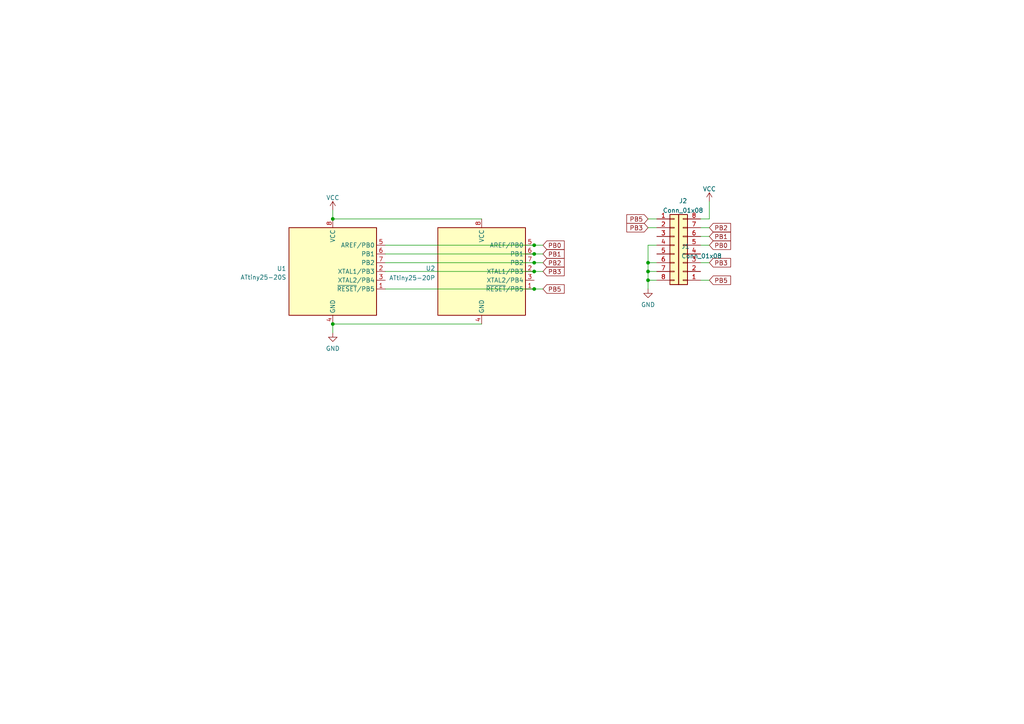
<source format=kicad_sch>
(kicad_sch (version 20211123) (generator eeschema)

  (uuid 24b7710f-04fd-4786-9d99-23328f32ec19)

  (paper "A4")

  (lib_symbols
    (symbol "Connector_Generic:Conn_01x08" (pin_names (offset 1.016) hide) (in_bom yes) (on_board yes)
      (property "Reference" "J" (id 0) (at 0 10.16 0)
        (effects (font (size 1.27 1.27)))
      )
      (property "Value" "Conn_01x08" (id 1) (at 0 -12.7 0)
        (effects (font (size 1.27 1.27)))
      )
      (property "Footprint" "" (id 2) (at 0 0 0)
        (effects (font (size 1.27 1.27)) hide)
      )
      (property "Datasheet" "~" (id 3) (at 0 0 0)
        (effects (font (size 1.27 1.27)) hide)
      )
      (property "ki_keywords" "connector" (id 4) (at 0 0 0)
        (effects (font (size 1.27 1.27)) hide)
      )
      (property "ki_description" "Generic connector, single row, 01x08, script generated (kicad-library-utils/schlib/autogen/connector/)" (id 5) (at 0 0 0)
        (effects (font (size 1.27 1.27)) hide)
      )
      (property "ki_fp_filters" "Connector*:*_1x??_*" (id 6) (at 0 0 0)
        (effects (font (size 1.27 1.27)) hide)
      )
      (symbol "Conn_01x08_1_1"
        (rectangle (start -1.27 -10.033) (end 0 -10.287)
          (stroke (width 0.1524) (type default) (color 0 0 0 0))
          (fill (type none))
        )
        (rectangle (start -1.27 -7.493) (end 0 -7.747)
          (stroke (width 0.1524) (type default) (color 0 0 0 0))
          (fill (type none))
        )
        (rectangle (start -1.27 -4.953) (end 0 -5.207)
          (stroke (width 0.1524) (type default) (color 0 0 0 0))
          (fill (type none))
        )
        (rectangle (start -1.27 -2.413) (end 0 -2.667)
          (stroke (width 0.1524) (type default) (color 0 0 0 0))
          (fill (type none))
        )
        (rectangle (start -1.27 0.127) (end 0 -0.127)
          (stroke (width 0.1524) (type default) (color 0 0 0 0))
          (fill (type none))
        )
        (rectangle (start -1.27 2.667) (end 0 2.413)
          (stroke (width 0.1524) (type default) (color 0 0 0 0))
          (fill (type none))
        )
        (rectangle (start -1.27 5.207) (end 0 4.953)
          (stroke (width 0.1524) (type default) (color 0 0 0 0))
          (fill (type none))
        )
        (rectangle (start -1.27 7.747) (end 0 7.493)
          (stroke (width 0.1524) (type default) (color 0 0 0 0))
          (fill (type none))
        )
        (rectangle (start -1.27 8.89) (end 1.27 -11.43)
          (stroke (width 0.254) (type default) (color 0 0 0 0))
          (fill (type background))
        )
        (pin passive line (at -5.08 7.62 0) (length 3.81)
          (name "Pin_1" (effects (font (size 1.27 1.27))))
          (number "1" (effects (font (size 1.27 1.27))))
        )
        (pin passive line (at -5.08 5.08 0) (length 3.81)
          (name "Pin_2" (effects (font (size 1.27 1.27))))
          (number "2" (effects (font (size 1.27 1.27))))
        )
        (pin passive line (at -5.08 2.54 0) (length 3.81)
          (name "Pin_3" (effects (font (size 1.27 1.27))))
          (number "3" (effects (font (size 1.27 1.27))))
        )
        (pin passive line (at -5.08 0 0) (length 3.81)
          (name "Pin_4" (effects (font (size 1.27 1.27))))
          (number "4" (effects (font (size 1.27 1.27))))
        )
        (pin passive line (at -5.08 -2.54 0) (length 3.81)
          (name "Pin_5" (effects (font (size 1.27 1.27))))
          (number "5" (effects (font (size 1.27 1.27))))
        )
        (pin passive line (at -5.08 -5.08 0) (length 3.81)
          (name "Pin_6" (effects (font (size 1.27 1.27))))
          (number "6" (effects (font (size 1.27 1.27))))
        )
        (pin passive line (at -5.08 -7.62 0) (length 3.81)
          (name "Pin_7" (effects (font (size 1.27 1.27))))
          (number "7" (effects (font (size 1.27 1.27))))
        )
        (pin passive line (at -5.08 -10.16 0) (length 3.81)
          (name "Pin_8" (effects (font (size 1.27 1.27))))
          (number "8" (effects (font (size 1.27 1.27))))
        )
      )
    )
    (symbol "MCU_Microchip_ATtiny:ATtiny25-20P" (in_bom yes) (on_board yes)
      (property "Reference" "U" (id 0) (at -12.7 13.97 0)
        (effects (font (size 1.27 1.27)) (justify left bottom))
      )
      (property "Value" "ATtiny25-20P" (id 1) (at 2.54 -13.97 0)
        (effects (font (size 1.27 1.27)) (justify left top))
      )
      (property "Footprint" "Package_DIP:DIP-8_W7.62mm" (id 2) (at 0 0 0)
        (effects (font (size 1.27 1.27) italic) hide)
      )
      (property "Datasheet" "http://ww1.microchip.com/downloads/en/DeviceDoc/atmel-2586-avr-8-bit-microcontroller-attiny25-attiny45-attiny85_datasheet.pdf" (id 3) (at 0 0 0)
        (effects (font (size 1.27 1.27)) hide)
      )
      (property "ki_keywords" "AVR 8bit Microcontroller tinyAVR" (id 4) (at 0 0 0)
        (effects (font (size 1.27 1.27)) hide)
      )
      (property "ki_description" "20MHz, 2kB Flash, 128B SRAM, 128B EEPROM, debugWIRE, DIP-8" (id 5) (at 0 0 0)
        (effects (font (size 1.27 1.27)) hide)
      )
      (property "ki_fp_filters" "DIP*W7.62mm*" (id 6) (at 0 0 0)
        (effects (font (size 1.27 1.27)) hide)
      )
      (symbol "ATtiny25-20P_0_1"
        (rectangle (start -12.7 -12.7) (end 12.7 12.7)
          (stroke (width 0.254) (type default) (color 0 0 0 0))
          (fill (type background))
        )
      )
      (symbol "ATtiny25-20P_1_1"
        (pin bidirectional line (at 15.24 -5.08 180) (length 2.54)
          (name "~{RESET}/PB5" (effects (font (size 1.27 1.27))))
          (number "1" (effects (font (size 1.27 1.27))))
        )
        (pin bidirectional line (at 15.24 0 180) (length 2.54)
          (name "XTAL1/PB3" (effects (font (size 1.27 1.27))))
          (number "2" (effects (font (size 1.27 1.27))))
        )
        (pin bidirectional line (at 15.24 -2.54 180) (length 2.54)
          (name "XTAL2/PB4" (effects (font (size 1.27 1.27))))
          (number "3" (effects (font (size 1.27 1.27))))
        )
        (pin power_in line (at 0 -15.24 90) (length 2.54)
          (name "GND" (effects (font (size 1.27 1.27))))
          (number "4" (effects (font (size 1.27 1.27))))
        )
        (pin bidirectional line (at 15.24 7.62 180) (length 2.54)
          (name "AREF/PB0" (effects (font (size 1.27 1.27))))
          (number "5" (effects (font (size 1.27 1.27))))
        )
        (pin bidirectional line (at 15.24 5.08 180) (length 2.54)
          (name "PB1" (effects (font (size 1.27 1.27))))
          (number "6" (effects (font (size 1.27 1.27))))
        )
        (pin bidirectional line (at 15.24 2.54 180) (length 2.54)
          (name "PB2" (effects (font (size 1.27 1.27))))
          (number "7" (effects (font (size 1.27 1.27))))
        )
        (pin power_in line (at 0 15.24 270) (length 2.54)
          (name "VCC" (effects (font (size 1.27 1.27))))
          (number "8" (effects (font (size 1.27 1.27))))
        )
      )
    )
    (symbol "MCU_Microchip_ATtiny:ATtiny25-20S" (in_bom yes) (on_board yes)
      (property "Reference" "U" (id 0) (at -12.7 13.97 0)
        (effects (font (size 1.27 1.27)) (justify left bottom))
      )
      (property "Value" "ATtiny25-20S" (id 1) (at 2.54 -13.97 0)
        (effects (font (size 1.27 1.27)) (justify left top))
      )
      (property "Footprint" "Package_SO:SOIC-8W_5.3x5.3mm_P1.27mm" (id 2) (at 0 0 0)
        (effects (font (size 1.27 1.27) italic) hide)
      )
      (property "Datasheet" "http://ww1.microchip.com/downloads/en/DeviceDoc/atmel-2586-avr-8-bit-microcontroller-attiny25-attiny45-attiny85_datasheet.pdf" (id 3) (at 0 0 0)
        (effects (font (size 1.27 1.27)) hide)
      )
      (property "ki_keywords" "AVR 8bit Microcontroller tinyAVR" (id 4) (at 0 0 0)
        (effects (font (size 1.27 1.27)) hide)
      )
      (property "ki_description" "20MHz, 2kB Flash, 128B SRAM, 128B EEPROM, debugWIRE, SOIC-8W" (id 5) (at 0 0 0)
        (effects (font (size 1.27 1.27)) hide)
      )
      (property "ki_fp_filters" "SOIC*5.3x5.3mm*P1.27mm*" (id 6) (at 0 0 0)
        (effects (font (size 1.27 1.27)) hide)
      )
      (symbol "ATtiny25-20S_0_1"
        (rectangle (start -12.7 -12.7) (end 12.7 12.7)
          (stroke (width 0.254) (type default) (color 0 0 0 0))
          (fill (type background))
        )
      )
      (symbol "ATtiny25-20S_1_1"
        (pin bidirectional line (at 15.24 -5.08 180) (length 2.54)
          (name "~{RESET}/PB5" (effects (font (size 1.27 1.27))))
          (number "1" (effects (font (size 1.27 1.27))))
        )
        (pin bidirectional line (at 15.24 0 180) (length 2.54)
          (name "XTAL1/PB3" (effects (font (size 1.27 1.27))))
          (number "2" (effects (font (size 1.27 1.27))))
        )
        (pin bidirectional line (at 15.24 -2.54 180) (length 2.54)
          (name "XTAL2/PB4" (effects (font (size 1.27 1.27))))
          (number "3" (effects (font (size 1.27 1.27))))
        )
        (pin power_in line (at 0 -15.24 90) (length 2.54)
          (name "GND" (effects (font (size 1.27 1.27))))
          (number "4" (effects (font (size 1.27 1.27))))
        )
        (pin bidirectional line (at 15.24 7.62 180) (length 2.54)
          (name "AREF/PB0" (effects (font (size 1.27 1.27))))
          (number "5" (effects (font (size 1.27 1.27))))
        )
        (pin bidirectional line (at 15.24 5.08 180) (length 2.54)
          (name "PB1" (effects (font (size 1.27 1.27))))
          (number "6" (effects (font (size 1.27 1.27))))
        )
        (pin bidirectional line (at 15.24 2.54 180) (length 2.54)
          (name "PB2" (effects (font (size 1.27 1.27))))
          (number "7" (effects (font (size 1.27 1.27))))
        )
        (pin power_in line (at 0 15.24 270) (length 2.54)
          (name "VCC" (effects (font (size 1.27 1.27))))
          (number "8" (effects (font (size 1.27 1.27))))
        )
      )
    )
    (symbol "power:GND" (power) (pin_names (offset 0)) (in_bom yes) (on_board yes)
      (property "Reference" "#PWR" (id 0) (at 0 -6.35 0)
        (effects (font (size 1.27 1.27)) hide)
      )
      (property "Value" "GND" (id 1) (at 0 -3.81 0)
        (effects (font (size 1.27 1.27)))
      )
      (property "Footprint" "" (id 2) (at 0 0 0)
        (effects (font (size 1.27 1.27)) hide)
      )
      (property "Datasheet" "" (id 3) (at 0 0 0)
        (effects (font (size 1.27 1.27)) hide)
      )
      (property "ki_keywords" "power-flag" (id 4) (at 0 0 0)
        (effects (font (size 1.27 1.27)) hide)
      )
      (property "ki_description" "Power symbol creates a global label with name \"GND\" , ground" (id 5) (at 0 0 0)
        (effects (font (size 1.27 1.27)) hide)
      )
      (symbol "GND_0_1"
        (polyline
          (pts
            (xy 0 0)
            (xy 0 -1.27)
            (xy 1.27 -1.27)
            (xy 0 -2.54)
            (xy -1.27 -1.27)
            (xy 0 -1.27)
          )
          (stroke (width 0) (type default) (color 0 0 0 0))
          (fill (type none))
        )
      )
      (symbol "GND_1_1"
        (pin power_in line (at 0 0 270) (length 0) hide
          (name "GND" (effects (font (size 1.27 1.27))))
          (number "1" (effects (font (size 1.27 1.27))))
        )
      )
    )
    (symbol "power:VCC" (power) (pin_names (offset 0)) (in_bom yes) (on_board yes)
      (property "Reference" "#PWR" (id 0) (at 0 -3.81 0)
        (effects (font (size 1.27 1.27)) hide)
      )
      (property "Value" "VCC" (id 1) (at 0 3.81 0)
        (effects (font (size 1.27 1.27)))
      )
      (property "Footprint" "" (id 2) (at 0 0 0)
        (effects (font (size 1.27 1.27)) hide)
      )
      (property "Datasheet" "" (id 3) (at 0 0 0)
        (effects (font (size 1.27 1.27)) hide)
      )
      (property "ki_keywords" "power-flag" (id 4) (at 0 0 0)
        (effects (font (size 1.27 1.27)) hide)
      )
      (property "ki_description" "Power symbol creates a global label with name \"VCC\"" (id 5) (at 0 0 0)
        (effects (font (size 1.27 1.27)) hide)
      )
      (symbol "VCC_0_1"
        (polyline
          (pts
            (xy -0.762 1.27)
            (xy 0 2.54)
          )
          (stroke (width 0) (type default) (color 0 0 0 0))
          (fill (type none))
        )
        (polyline
          (pts
            (xy 0 0)
            (xy 0 2.54)
          )
          (stroke (width 0) (type default) (color 0 0 0 0))
          (fill (type none))
        )
        (polyline
          (pts
            (xy 0 2.54)
            (xy 0.762 1.27)
          )
          (stroke (width 0) (type default) (color 0 0 0 0))
          (fill (type none))
        )
      )
      (symbol "VCC_1_1"
        (pin power_in line (at 0 0 90) (length 0) hide
          (name "VCC" (effects (font (size 1.27 1.27))))
          (number "1" (effects (font (size 1.27 1.27))))
        )
      )
    )
  )

  (junction (at 187.96 81.28) (diameter 0) (color 0 0 0 0)
    (uuid 324ab898-fab0-47a8-831a-961c9b75f42a)
  )
  (junction (at 96.52 93.98) (diameter 0) (color 0 0 0 0)
    (uuid 528f0ed4-a46d-4a0c-8c99-f817100894b9)
  )
  (junction (at 154.94 78.74) (diameter 0) (color 0 0 0 0)
    (uuid 61bf7ac4-08bb-412c-9854-8d9ad255c420)
  )
  (junction (at 96.52 63.5) (diameter 0) (color 0 0 0 0)
    (uuid 96f84131-046d-42a8-a9d1-b08df3a96769)
  )
  (junction (at 154.94 83.82) (diameter 0) (color 0 0 0 0)
    (uuid b54d0eb9-36bf-409a-a938-b823df7b3b53)
  )
  (junction (at 187.96 78.74) (diameter 0) (color 0 0 0 0)
    (uuid cc7525c4-72dd-4230-a1af-b34b901cf2d4)
  )
  (junction (at 154.94 73.66) (diameter 0) (color 0 0 0 0)
    (uuid e3d3d530-175a-447f-a30e-3c85b8777c46)
  )
  (junction (at 154.94 71.12) (diameter 0) (color 0 0 0 0)
    (uuid f2fc192a-4604-4c53-8a60-824b4d6a7f4b)
  )
  (junction (at 154.94 76.2) (diameter 0) (color 0 0 0 0)
    (uuid fd12743a-d412-4888-8cf6-3c3a3d71454d)
  )
  (junction (at 187.96 76.2) (diameter 0) (color 0 0 0 0)
    (uuid ffbb78d9-c201-495d-82b7-e49a2e1ce375)
  )

  (wire (pts (xy 111.76 76.2) (xy 154.94 76.2))
    (stroke (width 0) (type default) (color 0 0 0 0))
    (uuid 0f077836-b19b-4872-964b-0127b352f048)
  )
  (wire (pts (xy 187.96 78.74) (xy 187.96 76.2))
    (stroke (width 0) (type default) (color 0 0 0 0))
    (uuid 102825d3-baac-476a-8f32-9f206af42a69)
  )
  (wire (pts (xy 190.5 71.12) (xy 187.96 71.12))
    (stroke (width 0) (type default) (color 0 0 0 0))
    (uuid 185660b9-3a77-42f2-9b90-33cf5beed0a0)
  )
  (wire (pts (xy 203.2 71.12) (xy 205.74 71.12))
    (stroke (width 0) (type default) (color 0 0 0 0))
    (uuid 1e3ea0ce-27df-40b0-b5fa-621f24555760)
  )
  (wire (pts (xy 187.96 71.12) (xy 187.96 76.2))
    (stroke (width 0) (type default) (color 0 0 0 0))
    (uuid 20b542e2-76a2-4a8a-b87f-1300e4bb2779)
  )
  (wire (pts (xy 203.2 81.28) (xy 205.74 81.28))
    (stroke (width 0) (type default) (color 0 0 0 0))
    (uuid 31b614d9-70d6-49af-9c1e-4b630a3c06b6)
  )
  (wire (pts (xy 187.96 66.04) (xy 190.5 66.04))
    (stroke (width 0) (type default) (color 0 0 0 0))
    (uuid 44c14b94-bd6f-4546-a186-bf645598040e)
  )
  (wire (pts (xy 96.52 60.96) (xy 96.52 63.5))
    (stroke (width 0) (type default) (color 0 0 0 0))
    (uuid 4a9c36c3-c058-410f-9510-7553a594e668)
  )
  (wire (pts (xy 203.2 63.5) (xy 205.74 63.5))
    (stroke (width 0) (type default) (color 0 0 0 0))
    (uuid 4f51724d-c23d-4d5b-90f8-11c99d60c71e)
  )
  (wire (pts (xy 154.94 71.12) (xy 157.48 71.12))
    (stroke (width 0) (type default) (color 0 0 0 0))
    (uuid 4f66e6f7-817b-4227-ac9e-d2196c3295f5)
  )
  (wire (pts (xy 154.94 76.2) (xy 157.48 76.2))
    (stroke (width 0) (type default) (color 0 0 0 0))
    (uuid 58b3054a-8c06-4429-a1e7-59a7f3aa6133)
  )
  (wire (pts (xy 205.74 58.42) (xy 205.74 63.5))
    (stroke (width 0) (type default) (color 0 0 0 0))
    (uuid 67a5782a-9742-471a-8dca-d77c40e42b98)
  )
  (wire (pts (xy 187.96 63.5) (xy 190.5 63.5))
    (stroke (width 0) (type default) (color 0 0 0 0))
    (uuid 697fa48d-703f-45de-95e8-11abba6cd80a)
  )
  (wire (pts (xy 187.96 76.2) (xy 190.5 76.2))
    (stroke (width 0) (type default) (color 0 0 0 0))
    (uuid 6c411ade-33f8-4dd4-8ef5-ce17dd2c8bdd)
  )
  (wire (pts (xy 187.96 81.28) (xy 190.5 81.28))
    (stroke (width 0) (type default) (color 0 0 0 0))
    (uuid 6e8de309-32e3-45fc-8322-88478c9a83e9)
  )
  (wire (pts (xy 96.52 93.98) (xy 96.52 96.52))
    (stroke (width 0) (type default) (color 0 0 0 0))
    (uuid 726d0c38-9170-4a3a-b0d1-f86487597b7c)
  )
  (wire (pts (xy 154.94 73.66) (xy 157.48 73.66))
    (stroke (width 0) (type default) (color 0 0 0 0))
    (uuid 727b836b-cfff-40b1-89a9-64aa1d478c2b)
  )
  (wire (pts (xy 203.2 76.2) (xy 205.74 76.2))
    (stroke (width 0) (type default) (color 0 0 0 0))
    (uuid 7def99a5-c46b-4e60-aaf4-f87eb5cefcf3)
  )
  (wire (pts (xy 96.52 93.98) (xy 139.7 93.98))
    (stroke (width 0) (type default) (color 0 0 0 0))
    (uuid 86e9119d-fc4c-4814-be60-665887f9460f)
  )
  (wire (pts (xy 154.94 78.74) (xy 157.48 78.74))
    (stroke (width 0) (type default) (color 0 0 0 0))
    (uuid 90b8b225-f822-4feb-a062-43fb3f64047f)
  )
  (wire (pts (xy 111.76 83.82) (xy 154.94 83.82))
    (stroke (width 0) (type default) (color 0 0 0 0))
    (uuid 9ba5f233-8d72-41f9-8490-f5dc909b3456)
  )
  (wire (pts (xy 187.96 78.74) (xy 190.5 78.74))
    (stroke (width 0) (type default) (color 0 0 0 0))
    (uuid 9bcc7176-30fd-4208-8e98-546a5520e8ef)
  )
  (wire (pts (xy 96.52 63.5) (xy 139.7 63.5))
    (stroke (width 0) (type default) (color 0 0 0 0))
    (uuid a6d4edb0-e2b0-46e8-b6b5-e478817caffa)
  )
  (wire (pts (xy 111.76 73.66) (xy 154.94 73.66))
    (stroke (width 0) (type default) (color 0 0 0 0))
    (uuid bf054151-40e6-4ceb-a609-804a3debc77e)
  )
  (wire (pts (xy 187.96 81.28) (xy 187.96 78.74))
    (stroke (width 0) (type default) (color 0 0 0 0))
    (uuid c37167f6-cf95-4b1c-b97f-3a5b4f6aa346)
  )
  (wire (pts (xy 154.94 83.82) (xy 157.48 83.82))
    (stroke (width 0) (type default) (color 0 0 0 0))
    (uuid ce7e4c1b-3c5e-4860-b509-e44babba4a70)
  )
  (wire (pts (xy 111.76 78.74) (xy 154.94 78.74))
    (stroke (width 0) (type default) (color 0 0 0 0))
    (uuid d2ba9c16-2d0d-49bf-9ff4-9de05da08ed3)
  )
  (wire (pts (xy 203.2 66.04) (xy 205.74 66.04))
    (stroke (width 0) (type default) (color 0 0 0 0))
    (uuid d5c5bd82-1729-444c-b780-a18344b3bb89)
  )
  (wire (pts (xy 111.76 71.12) (xy 154.94 71.12))
    (stroke (width 0) (type default) (color 0 0 0 0))
    (uuid e12c978e-8eaa-474f-97c9-62102e4d3129)
  )
  (wire (pts (xy 187.96 83.82) (xy 187.96 81.28))
    (stroke (width 0) (type default) (color 0 0 0 0))
    (uuid e51a9382-10c5-4d38-9d50-2c34edddf1b9)
  )
  (wire (pts (xy 203.2 68.58) (xy 205.74 68.58))
    (stroke (width 0) (type default) (color 0 0 0 0))
    (uuid ff2dee5f-6bfc-4049-9441-cf39df87abd3)
  )

  (global_label "PB3" (shape input) (at 205.74 76.2 0) (fields_autoplaced)
    (effects (font (size 1.27 1.27)) (justify left))
    (uuid 05f326dd-c60e-48c9-9d8d-b6c2fd4cb727)
    (property "Intersheet References" "${INTERSHEET_REFS}" (id 0) (at 211.9026 76.1206 0)
      (effects (font (size 1.27 1.27)) (justify left) hide)
    )
  )
  (global_label "PB2" (shape input) (at 205.74 66.04 0) (fields_autoplaced)
    (effects (font (size 1.27 1.27)) (justify left))
    (uuid 09b38fe3-ab7a-410a-bb31-1ce219512700)
    (property "Intersheet References" "${INTERSHEET_REFS}" (id 0) (at 211.9026 65.9606 0)
      (effects (font (size 1.27 1.27)) (justify left) hide)
    )
  )
  (global_label "PB0" (shape input) (at 205.74 71.12 0) (fields_autoplaced)
    (effects (font (size 1.27 1.27)) (justify left))
    (uuid 0d1d7043-f927-4aef-a3ba-d0e2cfbfcbfe)
    (property "Intersheet References" "${INTERSHEET_REFS}" (id 0) (at 211.9026 71.0406 0)
      (effects (font (size 1.27 1.27)) (justify left) hide)
    )
  )
  (global_label "PB1" (shape input) (at 205.74 68.58 0) (fields_autoplaced)
    (effects (font (size 1.27 1.27)) (justify left))
    (uuid 12b726b8-df67-41c5-baa8-69f3a167dfa4)
    (property "Intersheet References" "${INTERSHEET_REFS}" (id 0) (at 211.9026 68.5006 0)
      (effects (font (size 1.27 1.27)) (justify left) hide)
    )
  )
  (global_label "PB5" (shape input) (at 157.48 83.82 0) (fields_autoplaced)
    (effects (font (size 1.27 1.27)) (justify left))
    (uuid 1a1b702f-e71f-4908-a37d-ba635394a14d)
    (property "Intersheet References" "${INTERSHEET_REFS}" (id 0) (at 163.6426 83.7406 0)
      (effects (font (size 1.27 1.27)) (justify left) hide)
    )
  )
  (global_label "PB3" (shape input) (at 187.96 66.04 180) (fields_autoplaced)
    (effects (font (size 1.27 1.27)) (justify right))
    (uuid 23ed0f3c-6be7-49f6-9899-34f444744348)
    (property "Intersheet References" "${INTERSHEET_REFS}" (id 0) (at 181.7974 66.1194 0)
      (effects (font (size 1.27 1.27)) (justify right) hide)
    )
  )
  (global_label "PB0" (shape input) (at 157.48 71.12 0) (fields_autoplaced)
    (effects (font (size 1.27 1.27)) (justify left))
    (uuid 5a3044d9-6055-4e02-b40e-26e77f04cd6e)
    (property "Intersheet References" "${INTERSHEET_REFS}" (id 0) (at 163.6426 71.0406 0)
      (effects (font (size 1.27 1.27)) (justify left) hide)
    )
  )
  (global_label "PB2" (shape input) (at 157.48 76.2 0) (fields_autoplaced)
    (effects (font (size 1.27 1.27)) (justify left))
    (uuid 69155159-da56-44f7-a3ee-c70919269591)
    (property "Intersheet References" "${INTERSHEET_REFS}" (id 0) (at 163.6426 76.1206 0)
      (effects (font (size 1.27 1.27)) (justify left) hide)
    )
  )
  (global_label "PB5" (shape input) (at 187.96 63.5 180) (fields_autoplaced)
    (effects (font (size 1.27 1.27)) (justify right))
    (uuid 93dc2919-8463-4beb-8bd0-b9a57ded22c0)
    (property "Intersheet References" "${INTERSHEET_REFS}" (id 0) (at 181.7974 63.5794 0)
      (effects (font (size 1.27 1.27)) (justify right) hide)
    )
  )
  (global_label "PB3" (shape input) (at 157.48 78.74 0) (fields_autoplaced)
    (effects (font (size 1.27 1.27)) (justify left))
    (uuid b872ab0e-5054-4e79-87c9-ccda67d6bf3d)
    (property "Intersheet References" "${INTERSHEET_REFS}" (id 0) (at 163.6426 78.6606 0)
      (effects (font (size 1.27 1.27)) (justify left) hide)
    )
  )
  (global_label "PB5" (shape input) (at 205.74 81.28 0) (fields_autoplaced)
    (effects (font (size 1.27 1.27)) (justify left))
    (uuid bd6ed293-ec40-4122-9930-ac1db2aebfa4)
    (property "Intersheet References" "${INTERSHEET_REFS}" (id 0) (at 211.9026 81.2006 0)
      (effects (font (size 1.27 1.27)) (justify left) hide)
    )
  )
  (global_label "PB1" (shape input) (at 157.48 73.66 0) (fields_autoplaced)
    (effects (font (size 1.27 1.27)) (justify left))
    (uuid c48baeab-d1cd-49cc-9cb0-3018157baf00)
    (property "Intersheet References" "${INTERSHEET_REFS}" (id 0) (at 163.6426 73.5806 0)
      (effects (font (size 1.27 1.27)) (justify left) hide)
    )
  )

  (symbol (lib_id "power:VCC") (at 96.52 60.96 0) (unit 1)
    (in_bom yes) (on_board yes) (fields_autoplaced)
    (uuid 06a0b666-dda5-4c47-9097-c50b1fb9a557)
    (property "Reference" "#PWR0103" (id 0) (at 96.52 64.77 0)
      (effects (font (size 1.27 1.27)) hide)
    )
    (property "Value" "VCC" (id 1) (at 96.52 57.3555 0))
    (property "Footprint" "" (id 2) (at 96.52 60.96 0)
      (effects (font (size 1.27 1.27)) hide)
    )
    (property "Datasheet" "" (id 3) (at 96.52 60.96 0)
      (effects (font (size 1.27 1.27)) hide)
    )
    (pin "1" (uuid 1ff0ffce-7590-4068-9b2a-bb851cd1328d))
  )

  (symbol (lib_id "power:GND") (at 96.52 96.52 0) (unit 1)
    (in_bom yes) (on_board yes) (fields_autoplaced)
    (uuid 070c992f-36cd-451b-81d8-a135d0e05579)
    (property "Reference" "#PWR0104" (id 0) (at 96.52 102.87 0)
      (effects (font (size 1.27 1.27)) hide)
    )
    (property "Value" "GND" (id 1) (at 96.52 101.0825 0))
    (property "Footprint" "" (id 2) (at 96.52 96.52 0)
      (effects (font (size 1.27 1.27)) hide)
    )
    (property "Datasheet" "" (id 3) (at 96.52 96.52 0)
      (effects (font (size 1.27 1.27)) hide)
    )
    (pin "1" (uuid 335179a0-c4a1-4071-aa75-ede5e680c2e4))
  )

  (symbol (lib_id "power:GND") (at 187.96 83.82 0) (unit 1)
    (in_bom yes) (on_board yes) (fields_autoplaced)
    (uuid 39556eba-0d70-4504-9ff7-18df0b149fbb)
    (property "Reference" "#PWR0102" (id 0) (at 187.96 90.17 0)
      (effects (font (size 1.27 1.27)) hide)
    )
    (property "Value" "GND" (id 1) (at 187.96 88.3825 0))
    (property "Footprint" "" (id 2) (at 187.96 83.82 0)
      (effects (font (size 1.27 1.27)) hide)
    )
    (property "Datasheet" "" (id 3) (at 187.96 83.82 0)
      (effects (font (size 1.27 1.27)) hide)
    )
    (pin "1" (uuid dfd17cf6-4a2e-4f70-8c17-3c717dd86a78))
  )

  (symbol (lib_id "Connector_Generic:Conn_01x08") (at 195.58 71.12 0) (unit 1)
    (in_bom yes) (on_board yes) (fields_autoplaced)
    (uuid 6508a3cf-1f3f-494e-9b47-bd14471f4959)
    (property "Reference" "J1" (id 0) (at 197.612 71.4815 0)
      (effects (font (size 1.27 1.27)) (justify left))
    )
    (property "Value" "Conn_01x08" (id 1) (at 197.612 74.2566 0)
      (effects (font (size 1.27 1.27)) (justify left))
    )
    (property "Footprint" "Connector_PinHeader_2.54mm:PinHeader_1x08_P2.54mm_Vertical" (id 2) (at 195.58 71.12 0)
      (effects (font (size 1.27 1.27)) hide)
    )
    (property "Datasheet" "~" (id 3) (at 195.58 71.12 0)
      (effects (font (size 1.27 1.27)) hide)
    )
    (pin "1" (uuid d0a4e273-1f8d-469b-9581-8f8f67527914))
    (pin "2" (uuid 01d3bffb-77f2-42f8-99e0-bbfdcf36b1cd))
    (pin "3" (uuid 82d2e783-f679-464e-b9fe-bb0a50e41e51))
    (pin "4" (uuid 14ca1bc4-c43d-4977-ae30-fdb9b167476c))
    (pin "5" (uuid a9f4b6a8-977d-4e44-ae09-d89fbb904212))
    (pin "6" (uuid 114850b9-2c91-42aa-b994-1cefb0994672))
    (pin "7" (uuid 25cf13ef-8ed9-46f0-aa06-00954a8a0c7a))
    (pin "8" (uuid fd9a978a-c260-4034-982f-82fa9d0431ab))
  )

  (symbol (lib_id "power:VCC") (at 205.74 58.42 0) (unit 1)
    (in_bom yes) (on_board yes) (fields_autoplaced)
    (uuid 7d78b474-499a-41bd-aadb-60d27e9e36c1)
    (property "Reference" "#PWR0101" (id 0) (at 205.74 62.23 0)
      (effects (font (size 1.27 1.27)) hide)
    )
    (property "Value" "VCC" (id 1) (at 205.74 54.8155 0))
    (property "Footprint" "" (id 2) (at 205.74 58.42 0)
      (effects (font (size 1.27 1.27)) hide)
    )
    (property "Datasheet" "" (id 3) (at 205.74 58.42 0)
      (effects (font (size 1.27 1.27)) hide)
    )
    (pin "1" (uuid b6b6dc62-51ae-4a5d-a444-21743aecca3b))
  )

  (symbol (lib_id "MCU_Microchip_ATtiny:ATtiny25-20P") (at 139.7 78.74 0) (unit 1)
    (in_bom yes) (on_board yes) (fields_autoplaced)
    (uuid 7f3f6f32-3ef3-4f5d-918e-5969cbea43e0)
    (property "Reference" "U2" (id 0) (at 126.238 77.8315 0)
      (effects (font (size 1.27 1.27)) (justify right))
    )
    (property "Value" "ATtiny25-20P" (id 1) (at 126.238 80.6066 0)
      (effects (font (size 1.27 1.27)) (justify right))
    )
    (property "Footprint" "Package_DIP:DIP-8_W7.62mm" (id 2) (at 139.7 78.74 0)
      (effects (font (size 1.27 1.27) italic) hide)
    )
    (property "Datasheet" "http://ww1.microchip.com/downloads/en/DeviceDoc/atmel-2586-avr-8-bit-microcontroller-attiny25-attiny45-attiny85_datasheet.pdf" (id 3) (at 139.7 78.74 0)
      (effects (font (size 1.27 1.27)) hide)
    )
    (pin "1" (uuid 46bb09cc-e10d-493a-9082-cb8cbbe48a22))
    (pin "2" (uuid aa575edb-70ec-4751-bb8e-eb8412631221))
    (pin "3" (uuid 2de99e26-bdfe-49d3-bbbc-1ff2072a1374))
    (pin "4" (uuid fe23b61e-f4d0-446b-9d09-ebdfd7e140dd))
    (pin "5" (uuid 74e85373-075c-4343-beb1-9b7a4cdf5963))
    (pin "6" (uuid 5edf211c-677d-4446-a8d2-a0975d8c8ef9))
    (pin "7" (uuid 184a13f4-bfc9-4fdb-aea5-e98ca5dc20a7))
    (pin "8" (uuid 6931a9ca-a7aa-41d3-8995-1f9a5f9b89e7))
  )

  (symbol (lib_id "MCU_Microchip_ATtiny:ATtiny25-20S") (at 96.52 78.74 0) (unit 1)
    (in_bom yes) (on_board yes) (fields_autoplaced)
    (uuid 7f4e0710-12e3-446c-9fe8-f9b39e6a045f)
    (property "Reference" "U1" (id 0) (at 83.0581 77.9053 0)
      (effects (font (size 1.27 1.27)) (justify right))
    )
    (property "Value" "ATtiny25-20S" (id 1) (at 83.0581 80.4422 0)
      (effects (font (size 1.27 1.27)) (justify right))
    )
    (property "Footprint" "Eigene:SOP-8-Wide" (id 2) (at 96.52 78.74 0)
      (effects (font (size 1.27 1.27) italic) hide)
    )
    (property "Datasheet" "http://ww1.microchip.com/downloads/en/DeviceDoc/atmel-2586-avr-8-bit-microcontroller-attiny25-attiny45-attiny85_datasheet.pdf" (id 3) (at 96.52 78.74 0)
      (effects (font (size 1.27 1.27)) hide)
    )
    (pin "1" (uuid 592d7944-53aa-48ca-aa82-45d445c8b08e))
    (pin "2" (uuid dc13353c-4414-4732-9810-c3520947e94d))
    (pin "3" (uuid 57b9683d-3898-4a18-8291-6047de9ba7f2))
    (pin "4" (uuid 1736191b-c248-46fb-8325-bb7461d105de))
    (pin "5" (uuid a306a000-5110-491a-933a-ab6265c4f5bd))
    (pin "6" (uuid 958ca887-eb17-4f92-9a1b-9e5582d2931b))
    (pin "7" (uuid fdbb4a0b-e40d-421b-a611-2487f2a623d0))
    (pin "8" (uuid a7d6473b-bddc-4699-9f06-7531c345f5a4))
  )

  (symbol (lib_id "Connector_Generic:Conn_01x08") (at 198.12 73.66 180) (unit 1)
    (in_bom yes) (on_board yes) (fields_autoplaced)
    (uuid ee9a0377-4e14-4f9b-ab64-0036886c8af4)
    (property "Reference" "J2" (id 0) (at 198.12 58.2635 0))
    (property "Value" "Conn_01x08" (id 1) (at 198.12 61.0386 0))
    (property "Footprint" "Connector_PinHeader_2.54mm:PinHeader_1x08_P2.54mm_Vertical" (id 2) (at 198.12 73.66 0)
      (effects (font (size 1.27 1.27)) hide)
    )
    (property "Datasheet" "~" (id 3) (at 198.12 73.66 0)
      (effects (font (size 1.27 1.27)) hide)
    )
    (pin "1" (uuid c1a75664-a5d5-4acf-a2b6-e3610c93ad1c))
    (pin "2" (uuid 7f1f8b83-c26d-40c5-be72-a890bfb9460d))
    (pin "3" (uuid 229fbb71-de73-4ccd-829a-1d15fc7e5d38))
    (pin "4" (uuid f3d58845-5ae2-43aa-a02c-65ff2baecd41))
    (pin "5" (uuid b5d9b683-ae5f-4878-ae13-dd66fc5df766))
    (pin "6" (uuid 7e115563-d548-43fa-8969-67048bd6ed98))
    (pin "7" (uuid 05b041ee-7d8d-43ff-8a9a-5aa2e8c40f75))
    (pin "8" (uuid e93d7e2c-7519-487d-9708-737bc123d89e))
  )

  (sheet_instances
    (path "/" (page "1"))
  )

  (symbol_instances
    (path "/7d78b474-499a-41bd-aadb-60d27e9e36c1"
      (reference "#PWR0101") (unit 1) (value "VCC") (footprint "")
    )
    (path "/39556eba-0d70-4504-9ff7-18df0b149fbb"
      (reference "#PWR0102") (unit 1) (value "GND") (footprint "")
    )
    (path "/06a0b666-dda5-4c47-9097-c50b1fb9a557"
      (reference "#PWR0103") (unit 1) (value "VCC") (footprint "")
    )
    (path "/070c992f-36cd-451b-81d8-a135d0e05579"
      (reference "#PWR0104") (unit 1) (value "GND") (footprint "")
    )
    (path "/6508a3cf-1f3f-494e-9b47-bd14471f4959"
      (reference "J1") (unit 1) (value "Conn_01x08") (footprint "Connector_PinHeader_2.54mm:PinHeader_1x08_P2.54mm_Vertical")
    )
    (path "/ee9a0377-4e14-4f9b-ab64-0036886c8af4"
      (reference "J2") (unit 1) (value "Conn_01x08") (footprint "Connector_PinHeader_2.54mm:PinHeader_1x08_P2.54mm_Vertical")
    )
    (path "/7f4e0710-12e3-446c-9fe8-f9b39e6a045f"
      (reference "U1") (unit 1) (value "ATtiny25-20S") (footprint "Eigene:SOP-8-Wide")
    )
    (path "/7f3f6f32-3ef3-4f5d-918e-5969cbea43e0"
      (reference "U2") (unit 1) (value "ATtiny25-20P") (footprint "Package_DIP:DIP-8_W7.62mm")
    )
  )
)

</source>
